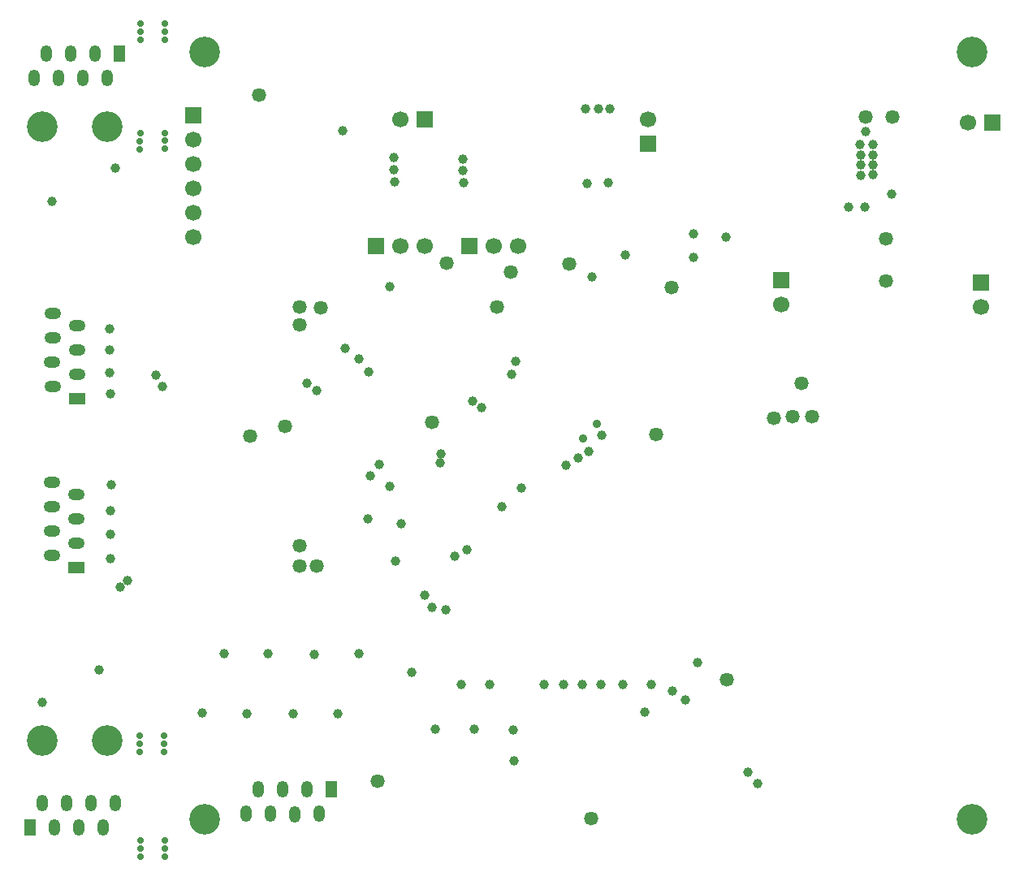
<source format=gbs>
G04 Layer_Color=16711935*
%FSLAX42Y42*%
%MOMM*%
G71*
G01*
G75*
%ADD66C,1.70*%
%ADD95R,1.70X1.70*%
%ADD96R,1.70X1.70*%
%ADD97C,0.90*%
%ADD98R,1.73X1.20*%
%ADD99O,1.73X1.20*%
%ADD100R,1.20X1.73*%
%ADD101O,1.20X1.73*%
%ADD102C,0.70*%
%ADD103C,3.20*%
%ADD104C,1.00*%
%ADD105C,1.47*%
D66*
X14888Y9368D02*
D03*
X6675Y10097D02*
D03*
Y10351D02*
D03*
Y10606D02*
D03*
Y10860D02*
D03*
Y11114D02*
D03*
X10061Y10003D02*
D03*
X9807D02*
D03*
X14748Y11285D02*
D03*
X8831Y11327D02*
D03*
X11418Y11325D02*
D03*
X9090Y10005D02*
D03*
X8836D02*
D03*
X12805Y9393D02*
D03*
D95*
X14888Y9622D02*
D03*
X6675Y11368D02*
D03*
X11418Y11071D02*
D03*
X12805Y9647D02*
D03*
D96*
X9553Y10003D02*
D03*
X15002Y11285D02*
D03*
X9085Y11327D02*
D03*
X8582Y10005D02*
D03*
D97*
X10886Y8144D02*
D03*
X10738Y7995D02*
D03*
D98*
X5457Y6646D02*
D03*
X5462Y8408D02*
D03*
D99*
X5457Y7154D02*
D03*
X5203Y6773D02*
D03*
X5203Y7281D02*
D03*
X5457Y6900D02*
D03*
Y7408D02*
D03*
X5200Y7027D02*
D03*
X5203Y7535D02*
D03*
X5462Y8916D02*
D03*
X5208Y8535D02*
D03*
X5208Y9043D02*
D03*
X5462Y8662D02*
D03*
Y9170D02*
D03*
X5205Y8789D02*
D03*
X5208Y9297D02*
D03*
D100*
X5901Y12008D02*
D03*
X4974Y3940D02*
D03*
X8112Y4335D02*
D03*
D101*
X5393Y12008D02*
D03*
X5774Y11753D02*
D03*
X5266Y11754D02*
D03*
X5647Y12008D02*
D03*
X5139D02*
D03*
X5520Y11751D02*
D03*
X5012Y11754D02*
D03*
X5482Y3940D02*
D03*
X5101Y4194D02*
D03*
X5609Y4194D02*
D03*
X5228Y3940D02*
D03*
X5736D02*
D03*
X5355Y4197D02*
D03*
X5863Y4194D02*
D03*
X7604Y4335D02*
D03*
X7985Y4080D02*
D03*
X7477Y4081D02*
D03*
X7858Y4335D02*
D03*
X7350D02*
D03*
X7731Y4078D02*
D03*
X7223Y4081D02*
D03*
D102*
X6375Y12153D02*
D03*
Y12238D02*
D03*
X6125Y12318D02*
D03*
X6122Y12238D02*
D03*
Y12150D02*
D03*
X6375Y12318D02*
D03*
Y3638D02*
D03*
Y3722D02*
D03*
X6125Y3803D02*
D03*
X6122Y3722D02*
D03*
Y3635D02*
D03*
X6375Y3803D02*
D03*
X6370Y4895D02*
D03*
X6117Y4728D02*
D03*
Y4815D02*
D03*
X6120Y4895D02*
D03*
X6370Y4815D02*
D03*
Y4730D02*
D03*
X6378Y11015D02*
D03*
Y11100D02*
D03*
X6122Y11180D02*
D03*
X6120Y11097D02*
D03*
Y11012D02*
D03*
X6378Y11180D02*
D03*
D103*
X5775Y11250D02*
D03*
X5100Y4845D02*
D03*
X5775D02*
D03*
X5100Y11250D02*
D03*
X6797Y12028D02*
D03*
Y4028D02*
D03*
X14798D02*
D03*
Y12028D02*
D03*
D104*
X13765Y10745D02*
D03*
X13638Y10738D02*
D03*
X13635Y10845D02*
D03*
X13632Y10953D02*
D03*
X13760D02*
D03*
X5096Y5242D02*
D03*
X5859Y10818D02*
D03*
X13677Y10412D02*
D03*
X13682Y11200D02*
D03*
X13760Y11062D02*
D03*
X13765Y10845D02*
D03*
X13630Y11060D02*
D03*
X9678Y8315D02*
D03*
X10685Y7793D02*
D03*
X10798Y7858D02*
D03*
X10562Y7715D02*
D03*
X8770Y10925D02*
D03*
Y10800D02*
D03*
X8772Y10668D02*
D03*
X9488Y10790D02*
D03*
X9490Y10662D02*
D03*
X9488Y10910D02*
D03*
X10778Y10657D02*
D03*
X10768Y11430D02*
D03*
X10900D02*
D03*
X11022D02*
D03*
X11005Y10660D02*
D03*
X8507Y8690D02*
D03*
X11178Y9910D02*
D03*
X11930Y5660D02*
D03*
X6770Y5133D02*
D03*
X9194Y4962D02*
D03*
X9607Y4962D02*
D03*
X10007Y4958D02*
D03*
X11803Y5272D02*
D03*
X9250Y7740D02*
D03*
X9253Y7838D02*
D03*
X8182Y5127D02*
D03*
X10020Y4635D02*
D03*
X12455Y4515D02*
D03*
X7233Y5127D02*
D03*
X12555Y4397D02*
D03*
X11670Y5360D02*
D03*
X11380Y5142D02*
D03*
X8497Y7160D02*
D03*
X9397Y6765D02*
D03*
X9528Y6838D02*
D03*
X5799Y9139D02*
D03*
X5799Y8918D02*
D03*
X5804Y8681D02*
D03*
X5809Y8461D02*
D03*
X5807Y6739D02*
D03*
X5812Y6994D02*
D03*
X5814Y7242D02*
D03*
X5819Y7512D02*
D03*
X5912Y6444D02*
D03*
X5992Y6512D02*
D03*
X8402Y5753D02*
D03*
X7935Y5745D02*
D03*
X7457Y5755D02*
D03*
X6353Y8538D02*
D03*
X6283Y8653D02*
D03*
X7857Y8572D02*
D03*
X6993Y5750D02*
D03*
X8722Y9575D02*
D03*
X8262Y8938D02*
D03*
X8400Y8822D02*
D03*
X12228Y10093D02*
D03*
X11893Y10130D02*
D03*
X11890Y9880D02*
D03*
X8722Y7497D02*
D03*
X7965Y8497D02*
D03*
X8232Y11203D02*
D03*
X8783Y6713D02*
D03*
X7715Y5128D02*
D03*
X9168Y6238D02*
D03*
X9310Y6210D02*
D03*
X9085Y6358D02*
D03*
X9893Y7285D02*
D03*
X10093Y7478D02*
D03*
X10935Y8030D02*
D03*
X8953Y5553D02*
D03*
X9470Y5428D02*
D03*
X9762D02*
D03*
X10332D02*
D03*
X10538D02*
D03*
X10728D02*
D03*
X10928D02*
D03*
X11153D02*
D03*
X11450D02*
D03*
X8612Y7722D02*
D03*
X10035Y8797D02*
D03*
X9994Y8664D02*
D03*
X8843Y7109D02*
D03*
X8520Y7605D02*
D03*
X5691Y5584D02*
D03*
X5202Y10466D02*
D03*
X10832Y9680D02*
D03*
X9585Y8388D02*
D03*
X13510Y10412D02*
D03*
X13960Y10540D02*
D03*
D105*
X13968Y11345D02*
D03*
X13682D02*
D03*
X13898Y10075D02*
D03*
Y9640D02*
D03*
X12925Y8220D02*
D03*
X11665Y9568D02*
D03*
X9168Y8167D02*
D03*
X8593Y4425D02*
D03*
X9988Y9732D02*
D03*
X13125Y8222D02*
D03*
X12725Y8210D02*
D03*
X7270Y8020D02*
D03*
X8007Y9360D02*
D03*
X7788Y9365D02*
D03*
Y9183D02*
D03*
X7962Y6662D02*
D03*
X7780D02*
D03*
X7785Y6882D02*
D03*
X9840Y9368D02*
D03*
X11500Y8038D02*
D03*
X12238Y5480D02*
D03*
X7357Y11580D02*
D03*
X10825Y4035D02*
D03*
X7630Y8122D02*
D03*
X13012Y8570D02*
D03*
X9318Y9828D02*
D03*
X10597Y9812D02*
D03*
M02*

</source>
